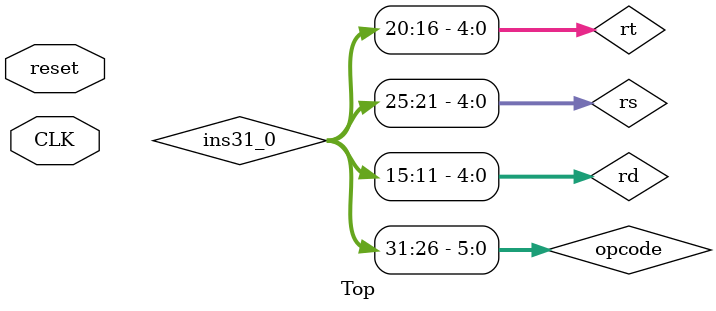
<source format=v>
`include "ALU.v"
`include "DataLate.v"
`include "IR.v"
// `include "Mux_2.v"
`include "Mux_4.v"
`include "PC.v"
`include "PCsignal.v"
`include "SHL2.v"
`include "RegFile.v"
`include "SigExt.v"
`include "ControlUnit.v"
`include "Jumpaddr.v"

`timescale 1ns / 1ps

module Top(input CLK,
           input reset
          //  output wire [3:0] state_out,
          //  output wire [5:0] opcode,
          //  output wire [5:0] func,
          //  output wire [4:0] rs,
          //  rt,
          //  rd,
          //  output wire [31:0] ins31_0,
          //  A_OUT,
          //  B,
          //  result,
          //  output wire [0:0] ALUSrcA_OUT,
          //  output wire [1:0] ALUSrcB,
          //  output wire [0:0] RegWr,
          //  output wire [1:0]  PCSrc,
          //  output wire [3:0] ALUOp,
          //  output wire [31:0] R_data1,
          //  output wire [31:0] Addr,
          //  output wire [31:0] PC_OUT,//
          //  output wire [0:0] MemWr,
          //  output wire [0:0] MemRd 
           );
    /////////////////////new
    wire [3:0] state_out;
    wire [5:0] opcode;
    wire [5:0] func;
    wire [4:0] rs, rt, rd;
    wire [31:0] ins31_0, B, result;
    wire [1:0] ALUSrcB;
    wire [0:0] RegWr;
    wire [1:0] PCSrc;
    wire [3:0] ALUOp;
    wire [31:0] R_data1, Addr;
    wire [0:0] MemWr, MemRd;

    wire [31:0] R_data;
    wire [31:0] Q_MDR;

    //扩展shamt移位
    wire [31:0] sigext_5_32;
    wire [31:0] A_out;
    //


    ///////////////////////////////////////////////////////
    wire IorD,IRWr,InsMemRW,RegDst,MemtoReg;
    wire [31:0] PC0,ALUout2,W_data,R_data2,A_1,B_1,imm_extend,imm_extend_shl2,PC,A;
    wire [4:0] ins20_16,ins25_21,ins15_11,W_Reg;
    wire [15:0] ins15_0;
    wire [5:0] ins5_0,ins31_26;
    wire [31:0] jaddr;
    wire [0:0] Overflow;
    wire [0:0] zero,PCWrCond,PCWr,PCcontrol,ALUSrcA;
////////////////////////////////////////////////////////////////////////////////
  /*  wire CLk,reset,IorD,MemWr,MemRd,IRWr,InsMemRW,RegDst,RegWr,MemtoReg,AlUSrcA;
    wire [31:0] PC0,PC,ALUout2,Addr,W_data,R_data1,R_data2,A_1,B_1,imm_extend,imm_extend_shl2,ins31_0;
    wire [4:0] ins20_16,ins25_21,ins15_11,W_Reg;
    wire [15:0] ins15_0;
    wire [5:0] ins5_0,ins31_26;
    wire [31:0] A,B,result,jaddr;
    wire [1:0] ALUSrcB,PCSrc;
    wire [3:0] ALUOp;
    wire Overflow;
    wire zero,PCWrCond,PCWr,PCcontrol;*/
 //////////////////////////////////////////////////////////////////////////////   
    assign opcode = ins31_0[31:26];
    assign rs     = ins31_0[25:21];
    assign rt     = ins31_0[20:16];
    assign rd     = ins31_0[15:11];
    assign func   = ins31_0[5:0];
    // assign PC_OUT = PC;
    // assign ALUSrcA_OUT = ALUSrcA;
    // assign A_OUT = A;
    
    // 数据通路
   // wire [31:0] j_addr,  i_IR, extendData, LateOut1,ins_1, LateOut2;//, DataOut;out1, out2, result1,
   // wire zero, Overflow;
    
    // 控制信号
    //wire [3:0] ALUOp;
   // wire [1:0] ExtSel, RegOut;// PCSrc;
    //wire PCWre, IRWre, InsMemRW, DataMemRW;//ALUSrcA, ALUSrcB, RegWre, , ALUM2Reg,WrRegData, 
    
    
    pcsignal pcsignal_1(zero, PCWrCond,PCWr,PCcontrol);
  //  wire zero,PCWrCond,PCWr,PCcontrol;
    PC pc(CLK, reset, PCcontrol,PC0,PC);
  //  wire CLk,IorD,MemWr,MemRd,IRWr,InsMemRW,RegDst,RegWr,MemtoReg,AlUSrcA;
  //  wire [31:0] PC0,PC,ALUout2,Addr,W_data,R_data1,R_data2,A_1,B_1,imm_extend,imm_extend_shl2;
  //  wire [4:0] ins20_16,ins25_21,ins15_11,W_Reg;
  //  wire [15:0] ins15_0;
  //  wire [5:0] ins5_0,ins31_26;
  //  wire [31:0] A,B,result,jaddr;
  //  wire [1:0] ALUSrcB;
  //  wire [3:0] ALUOp;
  //  wire zero,Overflow;
    Mux_2 PCDATA(PC,ALUout2,IorD,Addr);

    Memory_new insdata(MemWr,MemRd,Addr,B_1,R_data);//sw,lw修改B_1

    DataLate  regDatalate(CLK,R_data,Q_MDR);//MDR

    IR  ir(CLK,IRWr,R_data,ins31_26,ins15_0,ins20_16,ins25_21,ins15_11,ins5_0,ins31_0);

    MUX2_5 regchoice(ins20_16,ins15_11,RegDst,W_Reg);// 55口输入5口输出regset

    RegFile  RF(ins25_21,ins20_16,W_Reg,CLK,RegWr,W_data,R_data1,R_data2);

    DataLate INS1(CLK, R_data1, A_1);
    DataLate INS2(CLK, R_data2, B_1);

    Mux_2 toRF(ALUout2,Q_MDR,MemtoReg,W_data);//memtoreg

    Extend extend16_32(ins15_0,imm_extend);//下sigext16/32
    EXT5T32 extend5_32(ins31_0[10:6], sigext_5_32);//增加shamt移位
    SHL2  shl2(imm_extend,imm_extend_shl2);//下shl2

    Mux_2 A_choice(PC,A_1,ALUSrcA,A);//改A_1为PC//alusrcA
    Mux_ALUCtrl ALUCtrl_choice(sigext_5_32,A,ALUOp,A_out);
    Mux_4 B_choice(B_1,4,imm_extend,imm_extend_shl2,ALUSrcB,B);//alusrcB

    ALU_CPU2  alu(A_out,B,ALUOp,zero,Overflow,result);

    DataLate alulate(CLK,result,ALUout2);

    jumpaddr pcjump(ins15_0,ins20_16,ins25_21,PC,jaddr);

    Mux_4 pcchoice(result,ALUout2,jaddr,32'hxxxxxxxx,PCSrc,PC0);//PCSrc

    

    ///cu换
    controlUnit controlunit(opcode, func, zero, Overflow,CLK, IorD, IRWr, PCWr, PCWrCond, RegDst,RegWr, ALUSrcA, MemWr, MemRd, MemtoReg, PCSrc, ALUSrcB, ALUOp, state_out);
    
endmodule

</source>
